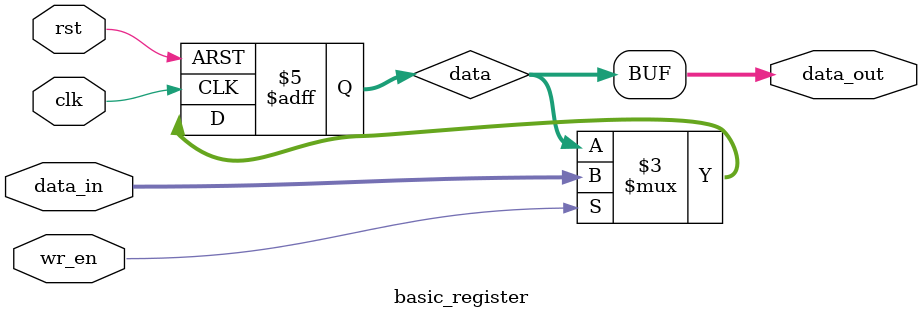
<source format=v>
module basic_register#(
	parameter DATA_WIDTH = 8
)(
	input clk,
	input rst,
	input wr_en,
	input [(DATA_WIDTH-1):0] data_in,
	output [(DATA_WIDTH-1):0] data_out
);

reg [(DATA_WIDTH-1):0] data;

initial data <= 0;

always @(posedge clk or posedge rst) begin
	if(rst)
		data <= 0;
	else begin
		if(wr_en)
			data <= data_in;
	end
end

assign data_out = data;

endmodule
		
</source>
